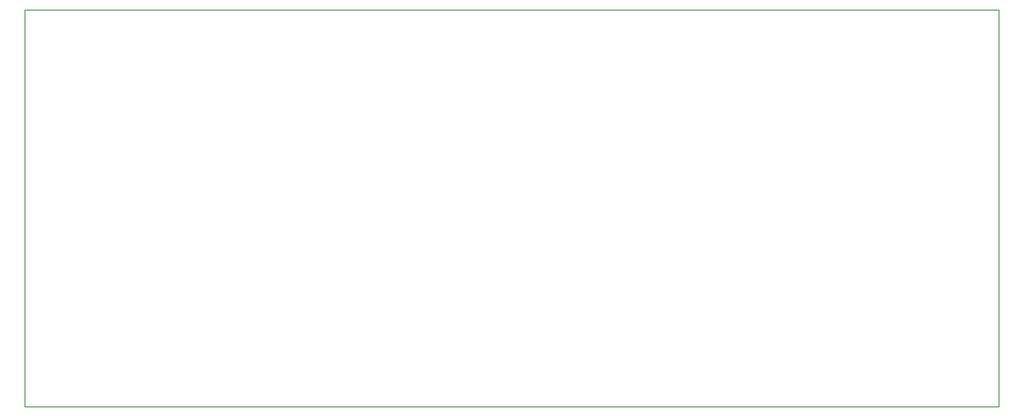
<source format=gbr>
%TF.GenerationSoftware,KiCad,Pcbnew,(6.0.2)*%
%TF.CreationDate,2022-12-26T11:42:45-08:00*%
%TF.ProjectId,discrete_op_amp,64697363-7265-4746-955f-6f705f616d70,rev?*%
%TF.SameCoordinates,Original*%
%TF.FileFunction,Profile,NP*%
%FSLAX46Y46*%
G04 Gerber Fmt 4.6, Leading zero omitted, Abs format (unit mm)*
G04 Created by KiCad (PCBNEW (6.0.2)) date 2022-12-26 11:42:45*
%MOMM*%
%LPD*%
G01*
G04 APERTURE LIST*
%TA.AperFunction,Profile*%
%ADD10C,0.100000*%
%TD*%
G04 APERTURE END LIST*
D10*
X200660000Y-89944000D02*
X106680000Y-89944000D01*
X106680000Y-128270000D02*
X200660000Y-128270000D01*
X106680000Y-89944000D02*
X106680000Y-128270000D01*
X200660000Y-128270000D02*
X200660000Y-89944000D01*
M02*

</source>
